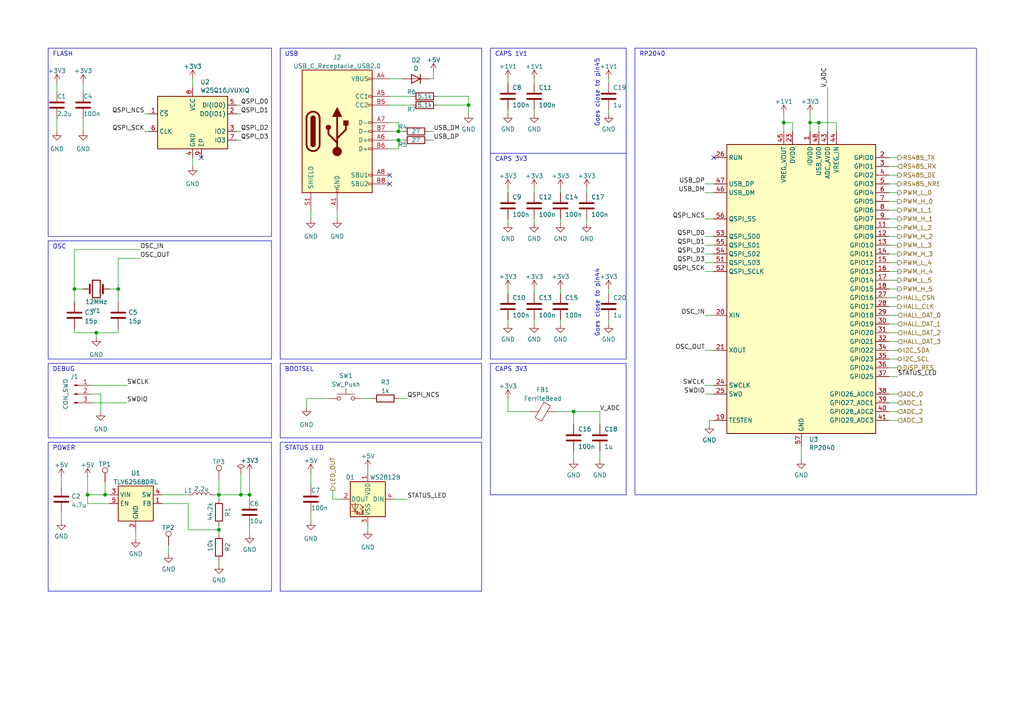
<source format=kicad_sch>
(kicad_sch (version 20231120) (generator "eeschema") (generator_version "8.0")
  (paper "A4")
  (lib_symbols
    (symbol "Connector:Conn_01x03_Male" (pin_names (offset 1.016) hide)
      (property "Reference" "J" (at 0 5.08 0))
      (property "Value" "Conn_01x03_Male" (at 0 -5.08 0))
      (symbol "Conn_01x03_Male_1_1"
        (pin passive line (at 5.08 2.54 180) (length 3.81) (name "Pin_1") (number "1"))
        (pin passive line (at 5.08 0 180) (length 3.81) (name "Pin_2") (number "2"))
        (pin passive line (at 5.08 -2.54 180) (length 3.81) (name "Pin_3") (number "3"))
      )
    )
    (symbol "Connector:TestPoint" (pin_numbers hide) (pin_names (offset 0.762) hide)
      (property "Reference" "TP" (at 0 6.858 0))
      (property "Value" "TestPoint" (at 0 5.08 0))
      (symbol "TestPoint_1_1"
        (pin passive line (at 0 0 90) (length 2.54) (name "1") (number "1"))
      )
    )
    (symbol "Connector:USB_C_Receptacle_USB2.0" (pin_names (offset 1.016))
      (property "Reference" "J" (at -10.16 19.05 0))
      (property "Value" "USB_C_Receptacle_USB2.0" (at 19.05 19.05 0))
      (symbol "USB_C_Receptacle_USB2.0_1_1"
        (pin passive line (at 0 -22.86 90) (length 5.08) (name "GND") (number "A1"))
        (pin passive line (at 0 -22.86 90) (length 5.08) hide (name "GND") (number "A12"))
        (pin passive line (at 15.24 15.24 180) (length 5.08) (name "VBUS") (number "A4"))
        (pin bidirectional line (at 15.24 10.16 180) (length 5.08) (name "CC1") (number "A5"))
        (pin bidirectional line (at 15.24 -2.54 180) (length 5.08) (name "D+") (number "A6"))
        (pin bidirectional line (at 15.24 2.54 180) (length 5.08) (name "D-") (number "A7"))
        (pin bidirectional line (at 15.24 -12.7 180) (length 5.08) (name "SBU1") (number "A8"))
        (pin passive line (at 15.24 15.24 180) (length 5.08) hide (name "VBUS") (number "A9"))
        (pin passive line (at 0 -22.86 90) (length 5.08) hide (name "GND") (number "B1"))
        (pin passive line (at 0 -22.86 90) (length 5.08) hide (name "GND") (number "B12"))
        (pin passive line (at 15.24 15.24 180) (length 5.08) hide (name "VBUS") (number "B4"))
        (pin bidirectional line (at 15.24 7.62 180) (length 5.08) (name "CC2") (number "B5"))
        (pin bidirectional line (at 15.24 -5.08 180) (length 5.08) (name "D+") (number "B6"))
        (pin bidirectional line (at 15.24 0 180) (length 5.08) (name "D-") (number "B7"))
        (pin bidirectional line (at 15.24 -15.24 180) (length 5.08) (name "SBU2") (number "B8"))
        (pin passive line (at 15.24 15.24 180) (length 5.08) hide (name "VBUS") (number "B9"))
        (pin passive line (at -7.62 -22.86 90) (length 5.08) (name "SHIELD") (number "S1"))
      )
    )
    (symbol "Device:C" (pin_numbers hide) (pin_names (offset 0.254))
      (property "Reference" "C" (at 0.635 2.54 0))
      (property "Value" "C" (at 0.635 -2.54 0))
      (symbol "C_1_1"
        (pin passive line (at 0 3.81 270) (length 2.794) (name "~") (number "1"))
        (pin passive line (at 0 -3.81 90) (length 2.794) (name "~") (number "2"))
      )
    )
    (symbol "Device:Crystal" (pin_numbers hide) (pin_names (offset 1.016) hide)
      (property "Reference" "Y1" (at 0 6.2652 0))
      (property "Value" "12MHz" (at 0 3.7283 0))
      (symbol "Crystal_1_1"
        (pin passive line (at -3.81 0 0) (length 1.27) (name "1") (number "1"))
        (pin passive line (at 3.81 0 180) (length 1.27) (name "3") (number "3"))
      )
    )
    (symbol "Device:D" (pin_numbers hide) (pin_names (offset 1.016) hide)
      (property "Reference" "D" (at 0 2.54 0))
      (property "Value" "D" (at 0 -2.54 0))
      (symbol "D_1_1"
        (pin passive line (at -3.81 0 0) (length 2.54) (name "K") (number "1"))
        (pin passive line (at 3.81 0 180) (length 2.54) (name "A") (number "2"))
      )
    )
    (symbol "Device:FerriteBead" (pin_numbers hide) (pin_names (offset 0))
      (property "Reference" "FB" (at -3.81 0.635 90))
      (property "Value" "FerriteBead" (at 3.81 0 90))
      (symbol "FerriteBead_1_1"
        (pin passive line (at 0 3.81 270) (length 2.54) (name "~") (number "1"))
        (pin passive line (at 0 -3.81 90) (length 2.54) (name "~") (number "2"))
      )
    )
    (symbol "Device:L" (pin_numbers hide) (pin_names (offset 1.016) hide)
      (property "Reference" "L" (at -1.27 0 90))
      (property "Value" "L" (at 1.905 0 90))
      (symbol "L_1_1"
        (pin passive line (at 0 3.81 270) (length 1.27) (name "1") (number "1"))
        (pin passive line (at 0 -3.81 90) (length 1.27) (name "2") (number "2"))
      )
    )
    (symbol "Device:R" (pin_numbers hide) (pin_names (offset 0))
      (property "Reference" "R" (at 2.032 0 90))
      (property "Value" "R" (at 0 0 90))
      (symbol "R_1_1"
        (pin passive line (at 0 3.81 270) (length 1.27) (name "~") (number "1"))
        (pin passive line (at 0 -3.81 90) (length 1.27) (name "~") (number "2"))
      )
    )
    (symbol "GND_1" (power) (pin_names (offset 0))
      (property "Value" "GND_1" (at 0 -3.81 0))
      (symbol "GND_1_1_1"
        (pin power_in line (at 0 0 270) (length 0) hide (name "GND") (number "1"))
      )
    )
    (symbol "GND_2" (power) (pin_names (offset 0))
      (property "Value" "GND_2" (at 0 -3.81 0))
      (symbol "GND_2_1_1"
        (pin power_in line (at 0 0 270) (length 0) hide (name "GND") (number "1"))
      )
    )
    (symbol "GND_3" (power) (pin_names (offset 0))
      (property "Value" "GND_3" (at 0 -3.81 0))
      (symbol "GND_3_1_1"
        (pin power_in line (at 0 0 270) (length 0) hide (name "GND") (number "1"))
      )
    )
    (symbol "GND_4" (power) (pin_names (offset 0))
      (property "Value" "GND_4" (at 0 -3.81 0))
      (symbol "GND_4_1_1"
        (pin power_in line (at 0 0 270) (length 0) hide (name "GND") (number "1"))
      )
    )
    (symbol "LED:WS2812B" (pin_names (offset 0.254))
      (property "Reference" "D" (at 5.08 5.715 0))
      (property "Value" "WS2812B" (at 1.27 -5.715 0))
      (symbol "WS2812B_0_0"
        (text "RGB" (at 2.286 -4.191 0) (effects (font (size 0.762 0.762))))
      )
      (symbol "WS2812B_1_1"
        (pin power_in line (at 0 7.62 270) (length 2.54) (name "VDD") (number "1"))
        (pin output line (at 7.62 0 180) (length 2.54) (name "DOUT") (number "2"))
        (pin power_in line (at 0 -7.62 90) (length 2.54) (name "VSS") (number "3"))
        (pin input line (at -7.62 0 0) (length 2.54) (name "DIN") (number "4"))
      )
    )
    (symbol "MCU_RaspberryPi:RP2040"
      (property "Reference" "U" (at 17.78 45.72 0))
      (property "Value" "RP2040" (at 17.78 43.18 0))
      (symbol "RP2040_1_1"
        (pin power_in line (at 2.54 45.72 270) (length 3.81) (name "IOVDD") (number "1"))
        (pin passive line (at 2.54 45.72 270) (length 3.81) hide (name "IOVDD") (number "10"))
        (pin bidirectional line (at 25.4 17.78 180) (length 3.81) (name "GPIO8") (number "11"))
        (pin bidirectional line (at 25.4 15.24 180) (length 3.81) (name "GPIO9") (number "12"))
        (pin bidirectional line (at 25.4 12.7 180) (length 3.81) (name "GPIO10") (number "13"))
        (pin bidirectional line (at 25.4 10.16 180) (length 3.81) (name "GPIO11") (number "14"))
        (pin bidirectional line (at 25.4 7.62 180) (length 3.81) (name "GPIO12") (number "15"))
        (pin bidirectional line (at 25.4 5.08 180) (length 3.81) (name "GPIO13") (number "16"))
        (pin bidirectional line (at 25.4 2.54 180) (length 3.81) (name "GPIO14") (number "17"))
        (pin bidirectional line (at 25.4 0 180) (length 3.81) (name "GPIO15") (number "18"))
        (pin input line (at -25.4 -38.1 0) (length 3.81) (name "TESTEN") (number "19"))
        (pin bidirectional line (at 25.4 38.1 180) (length 3.81) (name "GPIO0") (number "2"))
        (pin input line (at -25.4 -7.62 0) (length 3.81) (name "XIN") (number "20"))
        (pin passive line (at -25.4 -17.78 0) (length 3.81) (name "XOUT") (number "21"))
        (pin passive line (at 2.54 45.72 270) (length 3.81) hide (name "IOVDD") (number "22"))
        (pin power_in line (at -2.54 45.72 270) (length 3.81) (name "DVDD") (number "23"))
        (pin input line (at -25.4 -27.94 0) (length 3.81) (name "SWCLK") (number "24"))
        (pin bidirectional line (at -25.4 -30.48 0) (length 3.81) (name "SWD") (number "25"))
        (pin input line (at -25.4 38.1 0) (length 3.81) (name "RUN") (number "26"))
        (pin bidirectional line (at 25.4 -2.54 180) (length 3.81) (name "GPIO16") (number "27"))
        (pin bidirectional line (at 25.4 -5.08 180) (length 3.81) (name "GPIO17") (number "28"))
        (pin bidirectional line (at 25.4 -7.62 180) (length 3.81) (name "GPIO18") (number "29"))
        (pin bidirectional line (at 25.4 35.56 180) (length 3.81) (name "GPIO1") (number "3"))
        (pin bidirectional line (at 25.4 -10.16 180) (length 3.81) (name "GPIO19") (number "30"))
        (pin bidirectional line (at 25.4 -12.7 180) (length 3.81) (name "GPIO20") (number "31"))
        (pin bidirectional line (at 25.4 -15.24 180) (length 3.81) (name "GPIO21") (number "32"))
        (pin passive line (at 2.54 45.72 270) (length 3.81) hide (name "IOVDD") (number "33"))
        (pin bidirectional line (at 25.4 -17.78 180) (length 3.81) (name "GPIO22") (number "34"))
        (pin bidirectional line (at 25.4 -20.32 180) (length 3.81) (name "GPIO23") (number "35"))
        (pin bidirectional line (at 25.4 -22.86 180) (length 3.81) (name "GPIO24") (number "36"))
        (pin bidirectional line (at 25.4 -25.4 180) (length 3.81) (name "GPIO25") (number "37"))
        (pin bidirectional line (at 25.4 -30.48 180) (length 3.81) (name "GPIO26_ADC0") (number "38"))
        (pin bidirectional line (at 25.4 -33.02 180) (length 3.81) (name "GPIO27_ADC1") (number "39"))
        (pin bidirectional line (at 25.4 33.02 180) (length 3.81) (name "GPIO2") (number "4"))
        (pin bidirectional line (at 25.4 -35.56 180) (length 3.81) (name "GPIO28_ADC2") (number "40"))
        (pin bidirectional line (at 25.4 -38.1 180) (length 3.81) (name "GPIO29_ADC3") (number "41"))
        (pin passive line (at 2.54 45.72 270) (length 3.81) hide (name "IOVDD") (number "42"))
        (pin power_in line (at 7.62 45.72 270) (length 3.81) (name "ADC_AVDD") (number "43"))
        (pin power_in line (at 10.16 45.72 270) (length 3.81) (name "VREG_IN") (number "44"))
        (pin power_out line (at -5.08 45.72 270) (length 3.81) (name "VREG_VOUT") (number "45"))
        (pin bidirectional line (at -25.4 27.94 0) (length 3.81) (name "USB_DM") (number "46"))
        (pin bidirectional line (at -25.4 30.48 0) (length 3.81) (name "USB_DP") (number "47"))
        (pin power_in line (at 5.08 45.72 270) (length 3.81) (name "USB_VDD") (number "48"))
        (pin passive line (at 2.54 45.72 270) (length 3.81) hide (name "IOVDD") (number "49"))
        (pin bidirectional line (at 25.4 30.48 180) (length 3.81) (name "GPIO3") (number "5"))
        (pin passive line (at -2.54 45.72 270) (length 3.81) hide (name "DVDD") (number "50"))
        (pin bidirectional line (at -25.4 7.62 0) (length 3.81) (name "QSPI_SD3") (number "51"))
        (pin output line (at -25.4 5.08 0) (length 3.81) (name "QSPI_SCLK") (number "52"))
        (pin bidirectional line (at -25.4 15.24 0) (length 3.81) (name "QSPI_SD0") (number "53"))
        (pin bidirectional line (at -25.4 10.16 0) (length 3.81) (name "QSPI_SD2") (number "54"))
        (pin bidirectional line (at -25.4 12.7 0) (length 3.81) (name "QSPI_SD1") (number "55"))
        (pin bidirectional line (at -25.4 20.32 0) (length 3.81) (name "QSPI_SS") (number "56"))
        (pin power_in line (at 0 -45.72 90) (length 3.81) (name "GND") (number "57"))
        (pin bidirectional line (at 25.4 27.94 180) (length 3.81) (name "GPIO4") (number "6"))
        (pin bidirectional line (at 25.4 25.4 180) (length 3.81) (name "GPIO5") (number "7"))
        (pin bidirectional line (at 25.4 22.86 180) (length 3.81) (name "GPIO6") (number "8"))
        (pin bidirectional line (at 25.4 20.32 180) (length 3.81) (name "GPIO7") (number "9"))
      )
    )
    (symbol "Memory_Flash:W25Q32JVZP"
      (property "Reference" "U" (at -8.89 8.89 0))
      (property "Value" "W25Q32JVZP" (at 7.62 8.89 0))
      (symbol "W25Q32JVZP_1_1"
        (pin input line (at -12.7 2.54 0) (length 2.54) (name "~{CS}") (number "1"))
        (pin bidirectional line (at 12.7 2.54 180) (length 2.54) (name "DO(IO1)") (number "2"))
        (pin bidirectional line (at 12.7 -2.54 180) (length 2.54) (name "IO2") (number "3"))
        (pin power_in line (at 0 -10.16 90) (length 2.54) (name "GND") (number "4"))
        (pin bidirectional line (at 12.7 5.08 180) (length 2.54) (name "DI(IO0)") (number "5"))
        (pin input line (at -12.7 -2.54 0) (length 2.54) (name "CLK") (number "6"))
        (pin bidirectional line (at 12.7 -5.08 180) (length 2.54) (name "IO3") (number "7"))
        (pin power_in line (at 0 10.16 270) (length 2.54) (name "VCC") (number "8"))
        (pin passive line (at 2.54 -10.16 90) (length 2.54) (name "EP") (number "9"))
      )
    )
    (symbol "Regulator_Switching:TLV62568DRL"
      (property "Reference" "U" (at -5.08 6.35 0))
      (property "Value" "TLV62568DRL" (at 0 6.35 0))
      (symbol "TLV62568DRL_1_1"
        (pin input line (at 7.62 0 180) (length 2.54) (name "FB") (number "1"))
        (pin power_in line (at 0 -7.62 90) (length 2.54) (name "GND") (number "2"))
        (pin power_in line (at -7.62 2.54 0) (length 2.54) (name "VIN") (number "3"))
        (pin power_out line (at 7.62 2.54 180) (length 2.54) (name "SW") (number "4"))
        (pin input line (at -7.62 0 0) (length 2.54) (name "EN") (number "5"))
        (pin no_connect line (at 5.08 -2.54 180) (length 2.54) hide (name "NC") (number "6"))
      )
    )
    (symbol "Switch:SW_Push" (pin_numbers hide) (pin_names (offset 1.016) hide)
      (property "Reference" "SW" (at 1.27 2.54 0))
      (property "Value" "SW_Push" (at 0 -1.524 0))
      (symbol "SW_Push_0_1"
        (pin passive line (at -5.08 0 0) (length 2.54) (name "1") (number "1"))
        (pin passive line (at 5.08 0 180) (length 2.54) (name "2") (number "2"))
      )
    )
    (symbol "power:+1V1" (power) (pin_names (offset 0))
      (property "Value" "+1V1" (at 0 3.556 0))
      (symbol "+1V1_1_1"
        (pin power_in line (at 0 0 90) (length 0) hide (name "+1V1") (number "1"))
      )
    )
    (symbol "power:+3V3" (power) (pin_names (offset 0))
      (property "Value" "+3V3" (at 0 3.556 0))
      (symbol "+3V3_1_1"
        (pin power_in line (at 0 0 90) (length 0) hide (name "+3V3") (number "1"))
      )
    )
    (symbol "power:+5V" (power) (pin_names (offset 0))
      (property "Value" "+5V" (at 0 3.556 0))
      (symbol "+5V_1_1"
        (pin power_in line (at 0 0 90) (length 0) hide (name "+5V") (number "1"))
      )
    )
    (symbol "power:GND" (power) (pin_names (offset 0))
      (property "Value" "GND" (at 0 -3.81 0))
      (symbol "GND_1_1"
        (pin power_in line (at 0 0 270) (length 0) hide (name "GND") (number "1"))
      )
    )
    (symbol "power:PWR_FLAG" (power) (pin_numbers hide) (pin_names (offset 0) hide)
      (property "Value" "PWR_FLAG" (at 0 3.81 0))
      (symbol "PWR_FLAG_0_0"
        (pin power_out line (at 0 0 90) (length 0) (name "~") (number "1"))
      )
    )
  )
  (junction (at 135.89 30.48))
  (junction (at 21.59 83.82))
  (junction (at 30.48 143.51))
  (junction (at 63.5 143.51))
  (junction (at 115.57 38.1))
  (junction (at 63.5 153.67))
  (junction (at 115.57 40.64))
  (junction (at 72.39 143.51))
  (junction (at 237.49 35.56))
  (junction (at 227.33 35.56))
  (junction (at 234.95 35.56))
  (junction (at 166.37 119.38))
  (junction (at 27.94 96.52))
  (junction (at 69.85 143.51))
  (junction (at 34.29 83.82))
  (junction (at 25.4 143.51))
  (no_connect (at 113.03 53.34))
  (no_connect (at 207.01 45.72))
  (no_connect (at 113.03 50.8))
  (no_connect (at 58.42 45.72))
  (wire (pts (xy 115.57 38.1) (xy 116.84 38.1)))
  (wire (pts (xy 204.47 73.66) (xy 207.01 73.66)))
  (wire (pts (xy 166.37 119.38) (xy 166.37 123.19)))
  (wire (pts (xy 25.4 146.05) (xy 31.75 146.05)))
  (wire (pts (xy 237.49 35.56) (xy 242.57 35.56)))
  (wire (pts (xy 69.85 137.16) (xy 69.85 143.51)))
  (wire (pts (xy 204.47 114.3) (xy 207.01 114.3)))
  (wire (pts (xy 30.48 143.51) (xy 31.75 143.51)))
  (wire (pts (xy 90.17 148.59) (xy 90.17 151.13)))
  (wire (pts (xy 125.73 22.86) (xy 124.46 22.86)))
  (polyline (pts (xy 139.7 171.45) (xy 81.28 171.45)))
  (wire (pts (xy 240.03 25.4) (xy 240.03 38.1)))
  (wire (pts (xy 257.81 93.98) (xy 260.35 93.98)))
  (wire (pts (xy 237.49 35.56) (xy 237.49 38.1)))
  (wire (pts (xy 257.81 116.84) (xy 260.35 116.84)))
  (wire (pts (xy 204.47 101.6) (xy 207.01 101.6)))
  (polyline (pts (xy 13.97 13.97) (xy 13.97 68.58)))
  (wire (pts (xy 113.03 30.48) (xy 119.38 30.48)))
  (polyline (pts (xy 142.24 105.41) (xy 181.61 105.41)))
  (polyline (pts (xy 81.28 128.27) (xy 81.28 171.45)))
  (polyline (pts (xy 283.21 13.97) (xy 283.21 143.51)))
  (wire (pts (xy 205.74 121.92) (xy 207.01 121.92)))
  (wire (pts (xy 29.21 114.3) (xy 26.67 114.3)))
  (wire (pts (xy 257.81 109.22) (xy 260.35 109.22)))
  (wire (pts (xy 68.58 30.48) (xy 69.85 30.48)))
  (wire (pts (xy 257.81 101.6) (xy 260.35 101.6)))
  (wire (pts (xy 21.59 96.52) (xy 21.59 95.25)))
  (wire (pts (xy 170.18 54.61) (xy 170.18 55.88)))
  (polyline (pts (xy 78.74 13.97) (xy 78.74 68.58)))
  (wire (pts (xy 147.32 92.71) (xy 147.32 93.98)))
  (polyline (pts (xy 81.28 128.27) (xy 139.7 128.27)))
  (wire (pts (xy 113.03 43.18) (xy 115.57 43.18)))
  (wire (pts (xy 162.56 92.71) (xy 162.56 93.98)))
  (wire (pts (xy 205.74 123.19) (xy 205.74 121.92)))
  (wire (pts (xy 114.3 144.78) (xy 118.11 144.78)))
  (wire (pts (xy 257.81 114.3) (xy 260.35 114.3)))
  (wire (pts (xy 257.81 53.34) (xy 260.35 53.34)))
  (polyline (pts (xy 78.74 171.45) (xy 13.97 171.45)))
  (wire (pts (xy 41.91 33.02) (xy 43.18 33.02)))
  (wire (pts (xy 257.81 48.26) (xy 260.35 48.26)))
  (wire (pts (xy 40.64 72.39) (xy 21.59 72.39)))
  (wire (pts (xy 88.9 115.57) (xy 95.25 115.57)))
  (wire (pts (xy 34.29 87.63) (xy 34.29 83.82)))
  (wire (pts (xy 135.89 33.02) (xy 135.89 30.48)))
  (polyline (pts (xy 78.74 128.27) (xy 78.74 171.45)))
  (polyline (pts (xy 78.74 104.14) (xy 13.97 104.14)))
  (wire (pts (xy 115.57 40.64) (xy 116.84 40.64)))
  (wire (pts (xy 176.53 31.75) (xy 176.53 33.02)))
  (wire (pts (xy 147.32 115.57) (xy 147.32 119.38)))
  (wire (pts (xy 27.94 96.52) (xy 21.59 96.52)))
  (polyline (pts (xy 139.7 13.97) (xy 139.7 104.14)))
  (wire (pts (xy 68.58 40.64) (xy 69.85 40.64)))
  (wire (pts (xy 124.46 40.64) (xy 125.73 40.64)))
  (wire (pts (xy 257.81 55.88) (xy 260.35 55.88)))
  (wire (pts (xy 55.88 22.86) (xy 55.88 25.4)))
  (wire (pts (xy 173.99 123.19) (xy 173.99 119.38)))
  (wire (pts (xy 257.81 91.44) (xy 260.35 91.44)))
  (wire (pts (xy 46.99 146.05) (xy 54.61 146.05)))
  (wire (pts (xy 161.29 119.38) (xy 166.37 119.38)))
  (wire (pts (xy 257.81 50.8) (xy 260.35 50.8)))
  (wire (pts (xy 257.81 73.66) (xy 260.35 73.66)))
  (wire (pts (xy 96.52 144.78) (xy 96.52 142.24)))
  (polyline (pts (xy 81.28 13.97) (xy 81.28 104.14)))
  (wire (pts (xy 147.32 22.86) (xy 147.32 24.13)))
  (wire (pts (xy 16.51 24.13) (xy 16.51 26.67)))
  (wire (pts (xy 54.61 146.05) (xy 54.61 153.67)))
  (polyline (pts (xy 13.97 128.27) (xy 78.74 128.27)))
  (wire (pts (xy 257.81 68.58) (xy 260.35 68.58)))
  (wire (pts (xy 106.68 152.4) (xy 106.68 153.67)))
  (polyline (pts (xy 139.7 104.14) (xy 81.28 104.14)))
  (wire (pts (xy 90.17 60.96) (xy 90.17 63.5)))
  (wire (pts (xy 166.37 119.38) (xy 173.99 119.38)))
  (wire (pts (xy 113.03 38.1) (xy 115.57 38.1)))
  (wire (pts (xy 257.81 66.04) (xy 260.35 66.04)))
  (polyline (pts (xy 13.97 69.85) (xy 13.97 104.14)))
  (wire (pts (xy 29.21 119.38) (xy 29.21 114.3)))
  (wire (pts (xy 147.32 83.82) (xy 147.32 85.09)))
  (wire (pts (xy 48.895 158.115) (xy 48.895 160.655)))
  (polyline (pts (xy 13.97 69.85) (xy 78.74 69.85)))
  (wire (pts (xy 125.73 20.955) (xy 125.73 22.86)))
  (wire (pts (xy 63.5 143.51) (xy 62.23 143.51)))
  (wire (pts (xy 72.39 137.16) (xy 72.39 143.51)))
  (wire (pts (xy 242.57 35.56) (xy 242.57 38.1)))
  (wire (pts (xy 204.47 91.44) (xy 207.01 91.44)))
  (polyline (pts (xy 139.7 128.27) (xy 139.7 171.45)))
  (wire (pts (xy 257.81 121.92) (xy 260.35 121.92)))
  (wire (pts (xy 204.47 78.74) (xy 207.01 78.74)))
  (polyline (pts (xy 139.7 105.41) (xy 139.7 127)))
  (wire (pts (xy 154.94 63.5) (xy 154.94 64.77)))
  (wire (pts (xy 41.91 38.1) (xy 43.18 38.1)))
  (wire (pts (xy 176.53 92.71) (xy 176.53 93.98)))
  (wire (pts (xy 204.47 55.88) (xy 207.01 55.88)))
  (wire (pts (xy 24.13 83.82) (xy 21.59 83.82)))
  (wire (pts (xy 147.32 63.5) (xy 147.32 64.77)))
  (polyline (pts (xy 181.61 13.97) (xy 181.61 104.14)))
  (wire (pts (xy 257.81 76.2) (xy 260.35 76.2)))
  (wire (pts (xy 69.85 143.51) (xy 72.39 143.51)))
  (wire (pts (xy 147.32 54.61) (xy 147.32 55.88)))
  (wire (pts (xy 257.81 106.68) (xy 260.35 106.68)))
  (wire (pts (xy 54.61 153.67) (xy 63.5 153.67)))
  (polyline (pts (xy 81.28 13.97) (xy 139.7 13.97)))
  (wire (pts (xy 106.68 135.89) (xy 106.68 137.16)))
  (wire (pts (xy 234.95 35.56) (xy 237.49 35.56)))
  (wire (pts (xy 257.81 81.28) (xy 260.35 81.28)))
  (wire (pts (xy 229.87 35.56) (xy 229.87 38.1)))
  (wire (pts (xy 25.4 143.51) (xy 25.4 146.05)))
  (wire (pts (xy 21.59 83.82) (xy 21.59 87.63)))
  (polyline (pts (xy 181.61 105.41) (xy 181.61 143.51)))
  (wire (pts (xy 63.5 144.78) (xy 63.5 143.51)))
  (wire (pts (xy 116.84 22.86) (xy 113.03 22.86)))
  (wire (pts (xy 88.9 118.11) (xy 88.9 115.57)))
  (wire (pts (xy 124.46 38.1) (xy 125.73 38.1)))
  (wire (pts (xy 232.41 129.54) (xy 232.41 133.35)))
  (wire (pts (xy 154.94 54.61) (xy 154.94 55.88)))
  (wire (pts (xy 154.94 92.71) (xy 154.94 93.98)))
  (wire (pts (xy 173.99 130.81) (xy 173.99 133.35)))
  (wire (pts (xy 257.81 83.82) (xy 260.35 83.82)))
  (wire (pts (xy 63.5 162.56) (xy 63.5 163.83)))
  (wire (pts (xy 63.5 143.51) (xy 69.85 143.51)))
  (polyline (pts (xy 142.24 44.45) (xy 181.61 44.45)))
  (polyline (pts (xy 181.61 104.14) (xy 142.24 104.14)))
  (wire (pts (xy 113.03 35.56) (xy 115.57 35.56)))
  (wire (pts (xy 162.56 54.61) (xy 162.56 55.88)))
  (wire (pts (xy 257.81 63.5) (xy 260.35 63.5)))
  (wire (pts (xy 68.58 38.1) (xy 69.85 38.1)))
  (wire (pts (xy 46.99 143.51) (xy 54.61 143.51)))
  (wire (pts (xy 227.33 35.56) (xy 227.33 38.1)))
  (polyline (pts (xy 13.97 105.41) (xy 13.97 127)))
  (wire (pts (xy 162.56 83.82) (xy 162.56 85.09)))
  (wire (pts (xy 135.89 30.48) (xy 135.89 27.94)))
  (polyline (pts (xy 13.97 128.27) (xy 13.97 171.45)))
  (wire (pts (xy 257.81 99.06) (xy 260.35 99.06)))
  (wire (pts (xy 257.81 96.52) (xy 260.35 96.52)))
  (polyline (pts (xy 81.28 105.41) (xy 139.7 105.41)))
  (wire (pts (xy 154.94 22.86) (xy 154.94 24.13)))
  (polyline (pts (xy 13.97 105.41) (xy 78.74 105.41)))
  (wire (pts (xy 204.47 53.34) (xy 207.01 53.34)))
  (polyline (pts (xy 13.97 13.97) (xy 78.74 13.97)))
  (wire (pts (xy 21.59 72.39) (xy 21.59 83.82)))
  (wire (pts (xy 25.4 143.51) (xy 30.48 143.51)))
  (polyline (pts (xy 81.28 105.41) (xy 81.28 127)))
  (wire (pts (xy 68.58 33.02) (xy 69.85 33.02)))
  (wire (pts (xy 204.47 111.76) (xy 207.01 111.76)))
  (wire (pts (xy 204.47 71.12) (xy 207.01 71.12)))
  (wire (pts (xy 154.94 31.75) (xy 154.94 33.02)))
  (wire (pts (xy 115.57 35.56) (xy 115.57 38.1)))
  (polyline (pts (xy 78.74 69.85) (xy 78.74 104.14)))
  (polyline (pts (xy 142.24 13.97) (xy 142.24 104.14)))
  (polyline (pts (xy 139.7 127) (xy 81.28 127)))
  (wire (pts (xy 26.67 111.76) (xy 36.83 111.76)))
  (wire (pts (xy 26.67 116.84) (xy 36.83 116.84)))
  (wire (pts (xy 204.47 63.5) (xy 207.01 63.5)))
  (wire (pts (xy 257.81 78.74) (xy 260.35 78.74)))
  (wire (pts (xy 40.64 74.93) (xy 34.29 74.93)))
  (polyline (pts (xy 283.21 143.51) (xy 184.15 143.51)))
  (wire (pts (xy 147.32 31.75) (xy 147.32 33.02)))
  (wire (pts (xy 227.33 33.02) (xy 227.33 35.56)))
  (wire (pts (xy 72.39 144.78) (xy 72.39 143.51)))
  (wire (pts (xy 39.37 153.67) (xy 39.37 156.21)))
  (wire (pts (xy 34.29 83.82) (xy 31.75 83.82)))
  (polyline (pts (xy 142.24 105.41) (xy 142.24 143.51)))
  (polyline (pts (xy 184.15 13.97) (xy 283.21 13.97)))
  (wire (pts (xy 97.79 60.96) (xy 97.79 63.5)))
  (wire (pts (xy 257.81 88.9) (xy 260.35 88.9)))
  (wire (pts (xy 115.57 43.18) (xy 115.57 40.64)))
  (wire (pts (xy 24.13 34.29) (xy 24.13 38.1)))
  (wire (pts (xy 257.81 60.96) (xy 260.35 60.96)))
  (polyline (pts (xy 78.74 127) (xy 13.97 127)))
  (wire (pts (xy 257.81 58.42) (xy 260.35 58.42)))
  (wire (pts (xy 154.94 83.82) (xy 154.94 85.09)))
  (wire (pts (xy 234.95 35.56) (xy 234.95 38.1)))
  (wire (pts (xy 257.81 86.36) (xy 260.35 86.36)))
  (wire (pts (xy 72.39 152.4) (xy 72.39 154.94)))
  (polyline (pts (xy 78.74 68.58) (xy 13.97 68.58)))
  (polyline (pts (xy 181.61 143.51) (xy 142.24 143.51)))
  (wire (pts (xy 90.17 137.16) (xy 90.17 140.97)))
  (wire (pts (xy 234.95 33.02) (xy 234.95 35.56)))
  (wire (pts (xy 170.18 63.5) (xy 170.18 64.77)))
  (wire (pts (xy 162.56 63.5) (xy 162.56 64.77)))
  (polyline (pts (xy 78.74 105.41) (xy 78.74 127)))
  (wire (pts (xy 113.03 27.94) (xy 119.38 27.94)))
  (wire (pts (xy 115.57 115.57) (xy 118.11 115.57)))
  (wire (pts (xy 204.47 76.2) (xy 207.01 76.2)))
  (wire (pts (xy 27.94 96.52) (xy 34.29 96.52)))
  (wire (pts (xy 227.33 35.56) (xy 229.87 35.56)))
  (wire (pts (xy 204.47 68.58) (xy 207.01 68.58)))
  (wire (pts (xy 257.81 104.14) (xy 260.35 104.14)))
  (wire (pts (xy 166.37 130.81) (xy 166.37 133.35)))
  (wire (pts (xy 34.29 96.52) (xy 34.29 95.25)))
  (wire (pts (xy 17.78 138.43) (xy 17.78 140.97)))
  (wire (pts (xy 113.03 40.64) (xy 115.57 40.64)))
  (wire (pts (xy 135.89 30.48) (xy 127 30.48)))
  (wire (pts (xy 63.5 152.4) (xy 63.5 153.67)))
  (wire (pts (xy 257.81 45.72) (xy 260.35 45.72)))
  (wire (pts (xy 147.32 119.38) (xy 153.67 119.38)))
  (wire (pts (xy 27.94 97.79) (xy 27.94 96.52)))
  (wire (pts (xy 16.51 34.29) (xy 16.51 38.1)))
  (wire (pts (xy 257.81 71.12) (xy 260.35 71.12)))
  (wire (pts (xy 105.41 115.57) (xy 107.95 115.57)))
  (wire (pts (xy 24.13 24.13) (xy 24.13 26.67)))
  (wire (pts (xy 176.53 83.82) (xy 176.53 85.09)))
  (wire (pts (xy 30.48 139.7) (xy 30.48 143.51)))
  (wire (pts (xy 63.5 139.065) (xy 63.5 143.51)))
  (wire (pts (xy 176.53 22.86) (xy 176.53 24.13)))
  (wire (pts (xy 25.4 143.51) (xy 25.4 138.43)))
  (wire (pts (xy 257.81 119.38) (xy 260.35 119.38)))
  (wire (pts (xy 99.06 144.78) (xy 96.52 144.78)))
  (wire (pts (xy 63.5 153.67) (xy 63.5 154.94)))
  (polyline (pts (xy 184.15 13.97) (xy 184.15 143.51)))
  (polyline (pts (xy 142.24 13.97) (xy 181.61 13.97)))
  (wire (pts (xy 55.88 45.72) (xy 55.88 48.26)))
  (wire (pts (xy 17.78 148.59) (xy 17.78 151.13)))
  (wire (pts (xy 135.89 27.94) (xy 127 27.94)))
  (wire (pts (xy 34.29 74.93) (xy 34.29 83.82)))
  (text "OSC" (at 15.24 72.39 0) (effects (font (size 1.27 1.27)) (justify left bottom)))
  (text "DEBUG" (at 15.24 107.95 0) (effects (font (size 1.27 1.27)) (justify left bottom)))
  (text "Goes close to pin45" (at 173.99 36.83 90) (effects (font (size 1.27 1.27)) (justify left bottom)))
  (text "CAPS 3V3" (at 143.51 107.95 0) (effects (font (size 1.27 1.27)) (justify left bottom)))
  (text "STATUS LED" (at 82.55 130.81 0) (effects (font (size 1.27 1.27)) (justify left bottom)))
  (text "CAPS 3V3" (at 143.51 46.99 0) (effects (font (size 1.27 1.27)) (justify left bottom)))
  (text "BOOTSEL" (at 82.55 107.95 0) (effects (font (size 1.27 1.27)) (justify left bottom)))
  (text "CAPS 1V1" (at 143.51 16.51 0) (effects (font (size 1.27 1.27)) (justify left bottom)))
  (text "Goes close to pin44" (at 173.99 97.79 90) (effects (font (size 1.27 1.27)) (justify left bottom)))
  (text "POWER" (at 15.24 130.81 0) (effects (font (size 1.27 1.27)) (justify left bottom)))
  (text "RP2040" (at 185.42 16.51 0) (effects (font (size 1.27 1.27)) (justify left bottom)))
  (text "USB" (at 82.55 16.51 0) (effects (font (size 1.27 1.27)) (justify left bottom)))
  (text "FLASH" (at 15.24 16.51 0) (effects (font (size 1.27 1.27)) (justify left bottom)))
  (label "QSPI_D0" (at 69.85 30.48 0))
  (label "USB_DP" (at 204.47 53.34 180))
  (label "USB_DM" (at 204.47 55.88 180))
  (label "QSPI_SCK" (at 204.47 78.74 180))
  (label "SWCLK" (at 36.83 111.76 0))
  (label "OSC_OUT" (at 204.47 101.6 180))
  (label "QSPI_D2" (at 69.85 38.1 0))
  (label "SWDIO" (at 204.47 114.3 180))
  (label "USB_DM" (at 125.73 38.1 0))
  (label "QSPI_SCK" (at 41.91 38.1 180))
  (label "OSC_IN" (at 204.47 91.44 180))
  (label "STATUS_LED" (at 260.35 109.22 0))
  (label "USB_DP" (at 125.73 40.64 0))
  (label "QSPI_D0" (at 204.47 68.58 180))
  (label "QSPI_D2" (at 204.47 73.66 180))
  (label "V_ADC" (at 173.99 119.38 0))
  (label "SWDIO" (at 36.83 116.84 0))
  (label "QSPI_D1" (at 204.47 71.12 180))
  (label "QSPI_NCS" (at 204.47 63.5 180))
  (label "QSPI_D3" (at 69.85 40.64 0))
  (label "QSPI_D1" (at 69.85 33.02 0))
  (label "V_ADC" (at 240.03 25.4 90))
  (label "QSPI_NCS" (at 41.91 33.02 180))
  (label "QSPI_D3" (at 204.47 76.2 180))
  (label "QSPI_NCS" (at 118.11 115.57 0))
  (label "OSC_OUT" (at 40.64 74.93 0))
  (label "OSC_IN" (at 40.64 72.39 0))
  (label "SWCLK" (at 204.47 111.76 180))
  (label "STATUS_LED" (at 118.11 144.78 0))
  (hierarchical_label "PWM_H_1" (shape output) (at 260.35 63.5 0))
  (hierarchical_label "PWM_L_0" (shape output) (at 260.35 55.88 0))
  (hierarchical_label "PWM_H_2" (shape output) (at 260.35 68.58 0))
  (hierarchical_label "HALL_DAT_2" (shape input) (at 260.35 96.52 0))
  (hierarchical_label "PWM_L_1" (shape output) (at 260.35 60.96 0))
  (hierarchical_label "RS485_DE" (shape output) (at 260.35 50.8 0))
  (hierarchical_label "PWM_H_5" (shape output) (at 260.35 83.82 0))
  (hierarchical_label "PWM_H_3" (shape output) (at 260.35 73.66 0))
  (hierarchical_label "I2C_SCL" (shape bidirectional) (at 260.35 104.14 0))
  (hierarchical_label "HALL_CLK" (shape output) (at 260.35 88.9 0))
  (hierarchical_label "PWM_H_0" (shape output) (at 260.35 58.42 0))
  (hierarchical_label "LED_OUT" (shape output) (at 96.52 142.24 90))
  (hierarchical_label "ADC_1" (shape input) (at 260.35 116.84 0))
  (hierarchical_label "HALL_DAT_3" (shape input) (at 260.35 99.06 0))
  (hierarchical_label "PWM_L_5" (shape output) (at 260.35 81.28 0))
  (hierarchical_label "PWM_L_4" (shape output) (at 260.35 76.2 0))
  (hierarchical_label "ADC_3" (shape input) (at 260.35 121.92 0))
  (hierarchical_label "HALL_DAT_0" (shape input) (at 260.35 91.44 0))
  (hierarchical_label "PWM_H_4" (shape output) (at 260.35 78.74 0))
  (hierarchical_label "RS485_NRE" (shape output) (at 260.35 53.34 0))
  (hierarchical_label "PWM_L_2" (shape output) (at 260.35 66.04 0))
  (hierarchical_label "ADC_2" (shape input) (at 260.35 119.38 0))
  (hierarchical_label "DISP_RES" (shape output) (at 260.35 106.68 0))
  (hierarchical_label "HALL_DAT_1" (shape input) (at 260.35 93.98 0))
  (hierarchical_label "RS485_TX" (shape output) (at 260.35 45.72 0))
  (hierarchical_label "ADC_0" (shape input) (at 260.35 114.3 0))
  (hierarchical_label "PWM_L_3" (shape output) (at 260.35 71.12 0))
  (hierarchical_label "RS485_RX" (shape input) (at 260.35 48.26 0))
  (hierarchical_label "HALL_CSN" (shape output) (at 260.35 86.36 0))
  (hierarchical_label "I2C_SDA" (shape bidirectional) (at 260.35 101.6 0))
  (symbol (lib_id "power:GND") (at 24.13 38.1 0) (unit 1)
    (property "Reference" "#PWR06" (effects (hide yes)))
    (property "Value" "GND" (at 24.13 43.18 0))
  )
  (symbol (lib_id "Device:C") (at 154.94 59.69 0) (unit 1)
    (property "Reference" "C12" (at 156.21 57.15 0) (effects (justify left)))
    (property "Value" "100n" (at 156.21 62.23 0) (effects (justify left)))
    (property "Footprint" "Capacitor_SMD:C_0402_1005Metric" (effects (hide yes)))
  )
  (symbol (lib_id "Device:C") (at 154.94 88.9 0) (unit 1)
    (property "Reference" "C13" (at 156.21 86.36 0) (effects (justify left)))
    (property "Value" "100n" (at 156.21 91.44 0) (effects (justify left)))
    (property "Footprint" "Capacitor_SMD:C_0402_1005Metric" (effects (hide yes)))
  )
  (symbol (lib_name "GND_1") (lib_id "power:GND") (at 154.94 64.77 0) (unit 1)
    (property "Reference" "#PWR036" (effects (hide yes)))
    (property "Value" "GND" (at 154.94 69.2134 0))
  )
  (symbol (lib_id "Device:C") (at 147.32 88.9 0) (unit 1)
    (property "Reference" "C10" (at 148.59 86.36 0) (effects (justify left)))
    (property "Value" "100n" (at 148.59 91.44 0) (effects (justify left)))
    (property "Footprint" "Capacitor_SMD:C_0402_1005Metric" (effects (hide yes)))
  )
  (symbol (lib_id "Connector:TestPoint") (at 63.5 139.065 0) (unit 1)
    (property "Reference" "TP3" (at 61.595 133.985 0) (effects (justify left)))
    (property "Value" "TestPoint" (effects (hide yes)))
    (property "Footprint" "TestPoint:TestPoint_Pad_D1.0mm" (effects (hide yes)))
  )
  (symbol (lib_id "power:PWR_FLAG") (at 69.85 137.16 0) (unit 1)
    (property "Reference" "#FLG04" (effects (hide yes)))
    (property "Value" "PWR_FLAG" (effects (hide yes)))
    (property "Description" "Special symbol for telling ERC where power comes from" (effects (hide yes)))
  )
  (symbol (lib_id "Device:D") (at 120.65 22.86 180) (unit 1)
    (property "Reference" "D2" (at 120.65 17.4457 0))
    (property "Value" "D" (at 120.65 19.8699 0))
    (property "Footprint" "Package_TO_SOT_SMD:SOT-723" (effects (hide yes)))
    (property "Sim.Device" "D" (effects (hide yes)))
    (property "Sim.Pins" "1=K 2=A" (effects (hide yes)))
  )
  (symbol (lib_id "power:+5V") (at 90.17 137.16 0) (unit 1)
    (property "Reference" "#PWR019" (effects (hide yes)))
    (property "Value" "+5V" (at 90.17 133.5842 0))
  )
  (symbol (lib_id "Device:C") (at 34.29 91.44 0) (unit 1)
    (property "Reference" "C5" (at 37.211 90.6053 0) (effects (justify left)))
    (property "Value" "15p" (at 37.211 93.1422 0) (effects (justify left)))
    (property "Footprint" "Capacitor_SMD:C_0402_1005Metric" (effects (hide yes)))
  )
  (symbol (lib_id "Device:C") (at 154.94 27.94 0) (unit 1)
    (property "Reference" "C11" (at 156.21 25.4 0) (effects (justify left)))
    (property "Value" "100n" (at 156.21 30.48 0) (effects (justify left)))
    (property "Footprint" "Capacitor_SMD:C_0402_1005Metric" (effects (hide yes)))
  )
  (symbol (lib_id "Device:C") (at 170.18 59.69 0) (unit 1)
    (property "Reference" "C17" (at 171.45 57.15 0) (effects (justify left)))
    (property "Value" "100n" (at 171.45 62.23 0) (effects (justify left)))
    (property "Footprint" "Capacitor_SMD:C_0402_1005Metric" (effects (hide yes)))
  )
  (symbol (lib_id "power:GND") (at 97.79 63.5 0) (unit 1)
    (property "Reference" "#PWR021" (effects (hide yes)))
    (property "Value" "GND" (at 97.79 68.58 0))
  )
  (symbol (lib_id "Device:C") (at 166.37 127 0) (unit 1)
    (property "Reference" "C16" (at 167.64 124.46 0) (effects (justify left)))
    (property "Value" "100n" (at 167.64 129.54 0) (effects (justify left)))
    (property "Footprint" "Capacitor_SMD:C_0402_1005Metric" (effects (hide yes)))
  )
  (symbol (lib_name "GND_4") (lib_id "power:GND") (at 48.895 160.655 0) (unit 1)
    (property "Reference" "#PWR011" (effects (hide yes)))
    (property "Value" "GND" (at 48.895 165.0984 0))
  )
  (symbol (lib_id "Device:C") (at 21.59 91.44 0) (unit 1)
    (property "Reference" "C3" (at 24.511 90.6053 0) (effects (justify left)))
    (property "Value" "15p" (at 24.511 93.1422 0) (effects (justify left)))
    (property "Footprint" "Capacitor_SMD:C_0402_1005Metric" (effects (hide yes)))
  )
  (symbol (lib_id "MCU_RaspberryPi:RP2040") (at 232.41 83.82 0) (unit 1)
    (property "Reference" "U3" (at 234.6041 127.4501 0) (effects (justify left)))
    (property "Value" "RP2040" (at 234.6041 129.8743 0) (effects (justify left)))
    (property "Footprint" "Package_DFN_QFN:QFN-56-1EP_7x7mm_P0.4mm_EP3.2x3.2mm" (effects (hide yes)))
    (property "Datasheet" "https://datasheets.raspberrypi.com/rp2040/rp2040-datasheet.pdf" (effects (hide yes)))
  )
  (symbol (lib_id "Device:R") (at 123.19 27.94 90) (unit 1)
    (property "Reference" "R6" (at 119.38 26.67 90))
    (property "Value" "5.1k" (at 123.19 27.94 90))
    (property "Footprint" "Resistor_SMD:R_0402_1005Metric" (effects (hide yes)))
  )
  (symbol (lib_id "power:+3V3") (at 72.39 137.16 0) (unit 1)
    (property "Reference" "#PWR015" (effects (hide yes)))
    (property "Value" "+3V3" (at 72.39 133.5842 0))
  )
  (symbol (lib_id "power:+3V3") (at 154.94 54.61 0) (unit 1)
    (property "Reference" "#PWR035" (effects (hide yes)))
    (property "Value" "+3V3" (at 154.94 51.0342 0))
  )
  (symbol (lib_id "Device:L") (at 58.42 143.51 90) (unit 1)
    (property "Reference" "L1" (at 54.61 142.24 90))
    (property "Value" "2.2u" (at 58.42 141.8391 90))
    (property "Footprint" "Inductor_SMD:L_0603_1608Metric" (effects (hide yes)))
    (property "digikey" "https://www.digikey.de/de/products/detail/taiyo-yuden/NRS4018T4R7MDGJ/2648971" (effects (hide yes)))
  )
  (symbol (lib_id "power:GND") (at 90.17 151.13 0) (unit 1)
    (property "Reference" "#PWR020" (effects (hide yes)))
    (property "Value" "GND" (at 90.17 156.21 0))
  )
  (symbol (lib_name "GND_2") (lib_id "power:GND") (at 232.41 133.35 0) (unit 1)
    (property "Reference" "#PWR053" (effects (hide yes)))
    (property "Value" "GND" (at 232.41 137.7934 0))
  )
  (symbol (lib_id "Connector:Conn_01x03_Male") (at 21.59 114.3 0) (unit 1)
    (property "Reference" "J1" (at 21.59 109.22 0))
    (property "Value" "CON_SWD" (at 19.05 114.3 90))
    (property "Footprint" "Connector_JST:JST_SH_BM03B-SRSS-TB_1x03-1MP_P1.00mm_Vertical" (effects (hide yes)))
  )
  (symbol (lib_id "power:GND") (at 16.51 38.1 0) (unit 1)
    (property "Reference" "#PWR02" (effects (hide yes)))
    (property "Value" "GND" (at 16.51 43.18 0))
  )
  (symbol (lib_id "Device:R") (at 63.5 158.75 0) (unit 1)
    (property "Reference" "R2" (at 66.04 160.02 90) (effects (justify left)))
    (property "Value" "10k" (at 60.96 160.02 90) (effects (justify left)))
    (property "Footprint" "Resistor_SMD:R_0402_1005Metric" (effects (hide yes)))
  )
  (symbol (lib_name "GND_1") (lib_id "power:GND") (at 176.53 93.98 0) (unit 1)
    (property "Reference" "#PWR050" (effects (hide yes)))
    (property "Value" "GND" (at 176.53 98.4234 0))
  )
  (symbol (lib_id "power:+3V3") (at 170.18 54.61 0) (unit 1)
    (property "Reference" "#PWR044" (effects (hide yes)))
    (property "Value" "+3V3" (at 170.18 51.0342 0))
  )
  (symbol (lib_id "power:+3V3") (at 234.95 33.02 0) (unit 1)
    (property "Reference" "#PWR054" (effects (hide yes)))
    (property "Value" "+3V3" (at 234.95 29.4442 0))
  )
  (symbol (lib_name "GND_1") (lib_id "power:GND") (at 173.99 133.35 0) (unit 1)
    (property "Reference" "#PWR046" (effects (hide yes)))
    (property "Value" "GND" (at 173.99 137.7934 0))
  )
  (symbol (lib_id "power:+1V1") (at 227.33 33.02 0) (unit 1)
    (property "Reference" "#PWR052" (effects (hide yes)))
    (property "Value" "+1V1" (at 227.33 29.4442 0))
  )
  (symbol (lib_id "power:+1V1") (at 147.32 22.86 0) (unit 1)
    (property "Reference" "#PWR026" (effects (hide yes)))
    (property "Value" "+1V1" (at 147.32 19.2842 0))
  )
  (symbol (lib_id "Device:C") (at 176.53 88.9 0) (unit 1)
    (property "Reference" "C20" (at 177.8 86.36 0) (effects (justify left)))
    (property "Value" "1u" (at 177.8 91.44 0) (effects (justify left)))
    (property "Footprint" "Capacitor_SMD:C_0402_1005Metric" (effects (hide yes)))
  )
  (symbol (lib_id "power:+5V") (at 125.73 20.955 0) (unit 1)
    (property "Reference" "#PWR024" (effects (hide yes)))
    (property "Value" "+5V" (at 125.73 17.3792 0))
  )
  (symbol (lib_name "GND_4") (lib_id "power:GND") (at 72.39 154.94 0) (unit 1)
    (property "Reference" "#PWR016" (effects (hide yes)))
    (property "Value" "GND" (at 72.39 159.3834 0))
  )
  (symbol (lib_id "Device:C") (at 147.32 59.69 0) (unit 1)
    (property "Reference" "C9" (at 148.59 57.15 0) (effects (justify left)))
    (property "Value" "100n" (at 148.59 62.23 0) (effects (justify left)))
    (property "Footprint" "Capacitor_SMD:C_0402_1005Metric" (effects (hide yes)))
  )
  (symbol (lib_id "power:+5V") (at 17.78 138.43 0) (unit 1)
    (property "Reference" "#PWR03" (effects (hide yes)))
    (property "Value" "+5V" (at 17.78 134.8542 0))
  )
  (symbol (lib_id "Device:C") (at 162.56 59.69 0) (unit 1)
    (property "Reference" "C14" (at 163.83 57.15 0) (effects (justify left)))
    (property "Value" "100n" (at 163.83 62.23 0) (effects (justify left)))
    (property "Footprint" "Capacitor_SMD:C_0402_1005Metric" (effects (hide yes)))
  )
  (symbol (lib_id "power:GND") (at 29.21 119.38 0) (unit 1)
    (property "Reference" "#PWR09" (effects (hide yes)))
    (property "Value" "GND" (at 29.21 124.46 0))
  )
  (symbol (lib_id "Device:R") (at 120.65 38.1 90) (unit 1)
    (property "Reference" "R4" (at 116.84 36.83 90))
    (property "Value" "27" (at 120.65 38.1 90))
    (property "Footprint" "Resistor_SMD:R_0402_1005Metric" (effects (hide yes)))
  )
  (symbol (lib_id "power:+5V") (at 106.68 135.89 0) (unit 1)
    (property "Reference" "#PWR022" (effects (hide yes)))
    (property "Value" "+5V" (at 106.68 132.3142 0))
  )
  (symbol (lib_id "Device:R") (at 123.19 30.48 90) (unit 1)
    (property "Reference" "R7" (at 119.38 31.75 90))
    (property "Value" "5.1k" (at 123.19 30.48 90))
    (property "Footprint" "Resistor_SMD:R_0402_1005Metric" (effects (hide yes)))
  )
  (symbol (lib_id "Device:C") (at 16.51 30.48 0) (unit 1)
    (property "Reference" "C1" (at 16.51 27.94 0) (effects (justify left)))
    (property "Value" "2.2u" (at 16.51 33.02 0) (effects (justify left)))
    (property "Footprint" "Capacitor_SMD:C_0603_1608Metric" (effects (hide yes)))
  )
  (symbol (lib_id "power:GND") (at 88.9 118.11 0) (unit 1)
    (property "Reference" "#PWR017" (effects (hide yes)))
    (property "Value" "GND" (at 88.9 123.19 0))
  )
  (symbol (lib_id "power:+3V3") (at 162.56 54.61 0) (unit 1)
    (property "Reference" "#PWR039" (effects (hide yes)))
    (property "Value" "+3V3" (at 162.56 51.0342 0))
  )
  (symbol (lib_id "power:+3V3") (at 24.13 24.13 0) (unit 1)
    (property "Reference" "#PWR05" (effects (hide yes)))
    (property "Value" "+3V3" (at 24.13 20.5542 0))
  )
  (symbol (lib_id "Device:C") (at 72.39 148.59 0) (unit 1)
    (property "Reference" "C6" (at 72.39 146.05 0) (effects (justify left)))
    (property "Value" "10u" (at 72.39 151.13 0) (effects (justify left)))
    (property "Footprint" "Capacitor_SMD:C_0603_1608Metric" (effects (hide yes)))
  )
  (symbol (lib_id "Regulator_Switching:TLV62568DRL") (at 39.37 146.05 0) (unit 1)
    (property "Reference" "U1" (at 39.37 137.2702 0))
    (property "Value" "TLV62568DRL" (at 39.37 139.8071 0))
    (property "Footprint" "Package_TO_SOT_SMD:SOT-563" (effects (hide yes)))
    (property "Datasheet" "http://www.ti.com/lit/ds/symlink/tlv62568.pdf" (effects (hide yes)))
  )
  (symbol (lib_id "Device:C") (at 147.32 27.94 0) (unit 1)
    (property "Reference" "C8" (at 148.59 25.4 0) (effects (justify left)))
    (property "Value" "100n" (at 148.59 30.48 0) (effects (justify left)))
    (property "Footprint" "Capacitor_SMD:C_0402_1005Metric" (effects (hide yes)))
  )
  (symbol (lib_id "Device:R") (at 120.65 40.64 90) (unit 1)
    (property "Reference" "R5" (at 116.84 41.91 90))
    (property "Value" "27" (at 120.65 40.64 90))
    (property "Footprint" "Resistor_SMD:R_0402_1005Metric" (effects (hide yes)))
  )
  (symbol (lib_name "GND_3") (lib_id "power:GND") (at 205.74 123.19 0) (unit 1)
    (property "Reference" "#PWR051" (effects (hide yes)))
    (property "Value" "GND" (at 205.74 127.6334 0))
  )
  (symbol (lib_name "GND_1") (lib_id "power:GND") (at 154.94 33.02 0) (unit 1)
    (property "Reference" "#PWR034" (effects (hide yes)))
    (property "Value" "GND" (at 154.94 37.4634 0))
  )
  (symbol (lib_id "Device:C") (at 173.99 127 0) (unit 1)
    (property "Reference" "C18" (at 175.26 124.46 0) (effects (justify left)))
    (property "Value" "1u" (at 175.26 129.54 0) (effects (justify left)))
    (property "Footprint" "Capacitor_SMD:C_0402_1005Metric" (effects (hide yes)))
  )
  (symbol (lib_id "Connector:USB_C_Receptacle_USB2.0") (at 97.79 38.1 0) (unit 1)
    (property "Reference" "J2" (at 97.79 16.6202 0))
    (property "Value" "USB_C_Receptacle_USB2.0" (at 97.79 19.1571 0))
    (property "Footprint" "Connector_USB:USB_C_Receptacle_XKB_U262-16XN-4BVC11" (effects (hide yes)))
    (property "Datasheet" "https://www.usb.org/sites/default/files/documents/usb_type-c.zip" (effects (hide yes)))
  )
  (symbol (lib_id "power:+3V3") (at 176.53 83.82 0) (unit 1)
    (property "Reference" "#PWR049" (effects (hide yes)))
    (property "Value" "+3V3" (at 176.53 80.2442 0))
  )
  (symbol (lib_id "power:+3V3") (at 147.32 115.57 0) (unit 1)
    (property "Reference" "#PWR032" (effects (hide yes)))
    (property "Value" "+3V3" (at 147.32 111.9942 0))
  )
  (symbol (lib_id "power:+3V3") (at 154.94 83.82 0) (unit 1)
    (property "Reference" "#PWR037" (effects (hide yes)))
    (property "Value" "+3V3" (at 154.94 80.2442 0))
  )
  (symbol (lib_id "LED:WS2812B") (at 106.68 144.78 0) (mirror y) (unit 1)
    (property "Reference" "D1" (at 101.6 138.43 0))
    (property "Value" "WS2812B" (at 111.76 138.43 0))
    (property "Footprint" "icon:XL-1010RGBC-WS2812B" (effects (hide yes)))
    (property "Datasheet" "https://cdn-shop.adafruit.com/datasheets/WS2812B.pdf" (effects (hide yes)))
  )
  (symbol (lib_id "power:+1V1") (at 176.53 22.86 0) (unit 1)
    (property "Reference" "#PWR047" (effects (hide yes)))
    (property "Value" "+1V1" (at 176.53 19.2842 0))
  )
  (symbol (lib_name "GND_1") (lib_id "power:GND") (at 162.56 64.77 0) (unit 1)
    (property "Reference" "#PWR040" (effects (hide yes)))
    (property "Value" "GND" (at 162.56 69.2134 0))
  )
  (symbol (lib_name "GND_1") (lib_id "power:GND") (at 166.37 133.35 0) (unit 1)
    (property "Reference" "#PWR043" (effects (hide yes)))
    (property "Value" "GND" (at 166.37 137.7934 0))
  )
  (symbol (lib_id "power:+3V3") (at 162.56 83.82 0) (unit 1)
    (property "Reference" "#PWR041" (effects (hide yes)))
    (property "Value" "+3V3" (at 162.56 80.2442 0))
  )
  (symbol (lib_id "power:+5V") (at 25.4 138.43 0) (unit 1)
    (property "Reference" "#PWR07" (effects (hide yes)))
    (property "Value" "+5V" (at 25.4 134.8542 0))
  )
  (symbol (lib_name "GND_4") (lib_id "power:GND") (at 39.37 156.21 0) (unit 1)
    (property "Reference" "#PWR010" (effects (hide yes)))
    (property "Value" "GND" (at 39.37 160.6534 0))
  )
  (symbol (lib_id "Device:C") (at 90.17 144.78 0) (unit 1)
    (property "Reference" "C7" (at 90.17 142.24 0) (effects (justify left)))
    (property "Value" "100n" (at 90.17 147.32 0) (effects (justify left)))
    (property "Footprint" "Capacitor_SMD:C_0402_1005Metric" (effects (hide yes)))
  )
  (symbol (lib_id "power:GND") (at 27.94 97.79 0) (unit 1)
    (property "Reference" "#PWR08" (effects (hide yes)))
    (property "Value" "GND" (at 27.94 102.87 0))
  )
  (symbol (lib_id "power:+3V3") (at 16.51 24.13 0) (unit 1)
    (property "Reference" "#PWR01" (effects (hide yes)))
    (property "Value" "+3V3" (at 16.51 20.5542 0))
  )
  (symbol (lib_id "Device:Crystal") (at 27.94 83.82 180) (unit 1)
    (property "Reference" "Y1" (at 27.94 90.0852 0))
    (property "Value" "12MHz" (at 27.94 87.5483 0))
    (property "Footprint" "Crystal:Crystal_SMD_TXC_7M-4Pin_3.2x2.5mm" (effects (hide yes)))
  )
  (symbol (lib_id "power:+3V3") (at 147.32 54.61 0) (unit 1)
    (property "Reference" "#PWR028" (effects (hide yes)))
    (property "Value" "+3V3" (at 147.32 51.0342 0))
  )
  (symbol (lib_id "Switch:SW_Push") (at 100.33 115.57 0) (unit 1)
    (property "Reference" "SW1" (at 100.33 108.9492 0))
    (property "Value" "SW_Push" (at 100.33 111.4861 0))
    (property "Footprint" "Button_Switch_SMD:SW_Push_1P1T_NO_Vertical_Wuerth_434133025816" (effects (hide yes)))
  )
  (symbol (lib_name "GND_1") (lib_id "power:GND") (at 162.56 93.98 0) (unit 1)
    (property "Reference" "#PWR042" (effects (hide yes)))
    (property "Value" "GND" (at 162.56 98.4234 0))
  )
  (symbol (lib_name "GND_1") (lib_id "power:GND") (at 170.18 64.77 0) (unit 1)
    (property "Reference" "#PWR045" (effects (hide yes)))
    (property "Value" "GND" (at 170.18 69.2134 0))
  )
  (symbol (lib_name "GND_4") (lib_id "power:GND") (at 17.78 151.13 0) (unit 1)
    (property "Reference" "#PWR04" (effects (hide yes)))
    (property "Value" "GND" (at 17.78 155.5734 0))
  )
  (symbol (lib_id "power:+3V3") (at 147.32 83.82 0) (unit 1)
    (property "Reference" "#PWR030" (effects (hide yes)))
    (property "Value" "+3V3" (at 147.32 80.2442 0))
  )
  (symbol (lib_id "power:+1V1") (at 154.94 22.86 0) (unit 1)
    (property "Reference" "#PWR033" (effects (hide yes)))
    (property "Value" "+1V1" (at 154.94 19.2842 0))
  )
  (symbol (lib_id "Device:C") (at 17.78 144.78 0) (unit 1)
    (property "Reference" "C2" (at 20.701 143.9453 0) (effects (justify left)))
    (property "Value" "4.7u" (at 20.701 146.4822 0) (effects (justify left)))
    (property "Footprint" "Capacitor_SMD:C_0603_1608Metric" (effects (hide yes)))
  )
  (symbol (lib_id "Connector:TestPoint") (at 30.48 139.7 0) (unit 1)
    (property "Reference" "TP1" (at 28.575 134.62 0) (effects (justify left)))
    (property "Value" "TestPoint" (effects (hide yes)))
    (property "Footprint" "TestPoint:TestPoint_Pad_D1.0mm" (effects (hide yes)))
  )
  (symbol (lib_name "GND_1") (lib_id "power:GND") (at 176.53 33.02 0) (unit 1)
    (property "Reference" "#PWR048" (effects (hide yes)))
    (property "Value" "GND" (at 176.53 37.4634 0))
  )
  (symbol (lib_id "power:GND") (at 55.88 48.26 0) (unit 1)
    (property "Reference" "#PWR013" (effects (hide yes)))
    (property "Value" "GND" (at 55.88 53.34 0))
  )
  (symbol (lib_id "Device:C") (at 162.56 88.9 0) (unit 1)
    (property "Reference" "C15" (at 163.83 86.36 0) (effects (justify left)))
    (property "Value" "100n" (at 163.83 91.44 0) (effects (justify left)))
    (property "Footprint" "Capacitor_SMD:C_0402_1005Metric" (effects (hide yes)))
  )
  (symbol (lib_name "GND_1") (lib_id "power:GND") (at 154.94 93.98 0) (unit 1)
    (property "Reference" "#PWR038" (effects (hide yes)))
    (property "Value" "GND" (at 154.94 98.4234 0))
  )
  (symbol (lib_name "GND_1") (lib_id "power:GND") (at 147.32 93.98 0) (unit 1)
    (property "Reference" "#PWR031" (effects (hide yes)))
    (property "Value" "GND" (at 147.32 98.4234 0))
  )
  (symbol (lib_name "GND_4") (lib_id "power:GND") (at 63.5 163.83 0) (unit 1)
    (property "Reference" "#PWR014" (effects (hide yes)))
    (property "Value" "GND" (at 63.5 168.2734 0))
  )
  (symbol (lib_id "power:GND") (at 90.17 63.5 0) (unit 1)
    (property "Reference" "#PWR018" (effects (hide yes)))
    (property "Value" "GND" (at 90.17 68.58 0))
  )
  (symbol (lib_id "Device:C") (at 176.53 27.94 0) (unit 1)
    (property "Reference" "C19" (at 177.8 25.4 0) (effects (justify left)))
    (property "Value" "1u" (at 177.8 30.48 0) (effects (justify left)))
    (property "Footprint" "Capacitor_SMD:C_0402_1005Metric" (effects (hide yes)))
  )
  (symbol (lib_id "Connector:TestPoint") (at 48.895 158.115 0) (unit 1)
    (property "Reference" "TP2" (at 46.99 153.035 0) (effects (justify left)))
    (property "Value" "TestPoint" (effects (hide yes)))
    (property "Footprint" "TestPoint:TestPoint_Pad_D1.0mm" (effects (hide yes)))
  )
  (symbol (lib_name "GND_1") (lib_id "power:GND") (at 135.89 33.02 0) (unit 1)
    (property "Reference" "#PWR025" (effects (hide yes)))
    (property "Value" "GND" (at 135.89 37.4634 0))
  )
  (symbol (lib_id "Memory_Flash:W25Q32JVZP") (at 55.88 35.56 0) (unit 1)
    (property "Reference" "U2" (at 58.0741 23.7957 0) (effects (justify left)))
    (property "Value" "W25Q16JVUXIQ" (at 58.0741 26.2199 0) (effects (justify left)))
    (property "Footprint" "Package_DFN_QFN:DFN-8-1EP_3x2mm_P0.5mm_EP1.3x1.5mm" (effects (hide yes)))
    (property "Datasheet" "http://www.winbond.com/resource-files/w25q32jv%20revg%2003272018%20plus.pdf" (effects (hide yes)))
  )
  (symbol (lib_id "Device:FerriteBead") (at 157.48 119.38 90) (unit 1)
    (property "Reference" "FB1" (at 157.4292 113.0386 90))
    (property "Value" "FerriteBead" (at 157.4292 115.5755 90))
    (property "Footprint" "Capacitor_SMD:C_0603_1608Metric" (effects (hide yes)))
  )
  (symbol (lib_name "GND_1") (lib_id "power:GND") (at 147.32 64.77 0) (unit 1)
    (property "Reference" "#PWR029" (effects (hide yes)))
    (property "Value" "GND" (at 147.32 69.2134 0))
  )
  (symbol (lib_id "Device:C") (at 24.13 30.48 0) (unit 1)
    (property "Reference" "C4" (at 24.13 27.94 0) (effects (justify left)))
    (property "Value" "100n" (at 24.13 33.02 0) (effects (justify left)))
    (property "Footprint" "Capacitor_SMD:C_0402_1005Metric" (effects (hide yes)))
  )
  (symbol (lib_name "GND_1") (lib_id "power:GND") (at 147.32 33.02 0) (unit 1)
    (property "Reference" "#PWR027" (effects (hide yes)))
    (property "Value" "GND" (at 147.32 37.4634 0))
  )
  (symbol (lib_id "power:GND") (at 106.68 153.67 0) (unit 1)
    (property "Reference" "#PWR023" (effects (hide yes)))
    (property "Value" "GND" (at 106.68 158.75 0))
  )
  (symbol (lib_id "power:+3V3") (at 55.88 22.86 0) (unit 1)
    (property "Reference" "#PWR012" (effects (hide yes)))
    (property "Value" "+3V3" (at 55.88 19.2842 0))
  )
  (symbol (lib_id "Device:R") (at 111.76 115.57 90) (unit 1)
    (property "Reference" "R3" (at 111.76 110.8542 90))
    (property "Value" "1k" (at 111.76 113.3911 90))
    (property "Footprint" "Resistor_SMD:R_0402_1005Metric" (effects (hide yes)))
  )
  (symbol (lib_id "Device:R") (at 63.5 148.59 0) (unit 1)
    (property "Reference" "R1" (at 66.04 149.86 90) (effects (justify left)))
    (property "Value" "44.2k" (at 60.96 151.13 90) (effects (justify left)))
    (property "Footprint" "Resistor_SMD:R_0402_1005Metric" (effects (hide yes)))
  )
)
</source>
